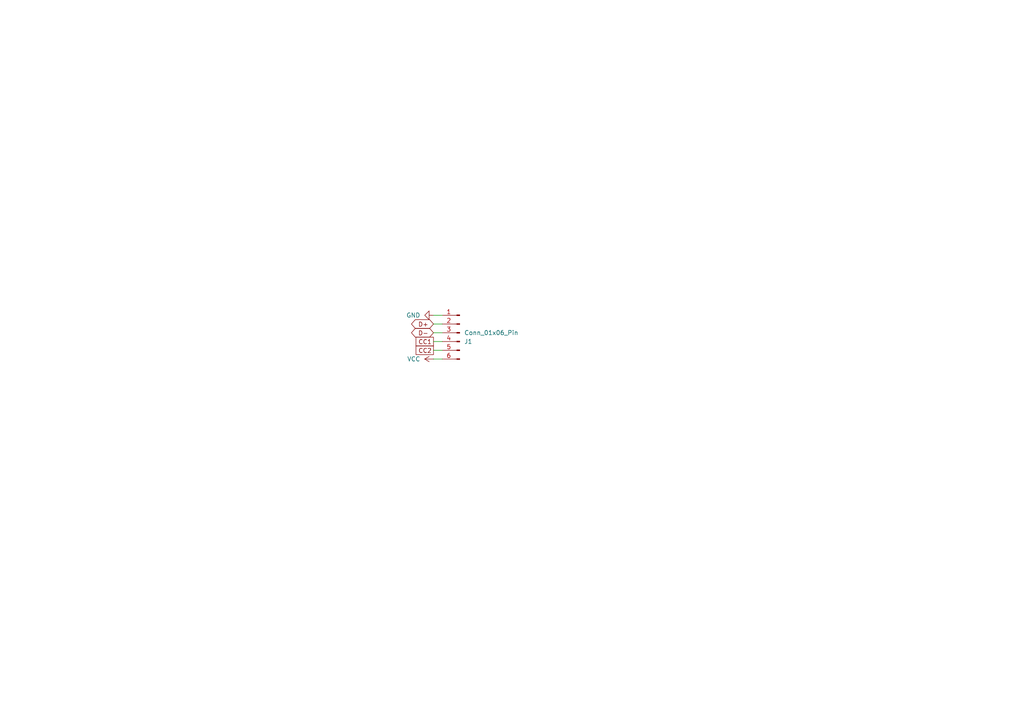
<source format=kicad_sch>
(kicad_sch (version 20231120) (generator "eeschema") (generator_version "8.0")
  (paper "A4")
  (lib_symbols
    (symbol "Connector:Conn_01x06_Pin" (pin_names (offset 1.016) hide)
      (property "Reference" "J" (at 0 7.62 0))
      (property "Value" "Conn_01x06_Pin" (at 0 -10.16 0))
      (symbol "Conn_01x06_Pin_1_1"
        (polyline (pts (xy 1.27 -7.62) (xy 0.8636 -7.62)) (stroke (width 0.1524)))
        (polyline (pts (xy 1.27 -5.08) (xy 0.8636 -5.08)) (stroke (width 0.1524)))
        (polyline (pts (xy 1.27 -2.54) (xy 0.8636 -2.54)) (stroke (width 0.1524)))
        (polyline (pts (xy 1.27 0) (xy 0.8636 0)) (stroke (width 0.1524)))
        (polyline (pts (xy 1.27 2.54) (xy 0.8636 2.54)) (stroke (width 0.1524)))
        (polyline (pts (xy 1.27 5.08) (xy 0.8636 5.08)) (stroke (width 0.1524)))
        (rectangle (start 0.8636 -7.493) (end 0 -7.747) (stroke (width 0.1524)) (fill (type outline)))
        (rectangle (start 0.8636 -4.953) (end 0 -5.207) (stroke (width 0.1524)) (fill (type outline)))
        (rectangle (start 0.8636 -2.413) (end 0 -2.667) (stroke (width 0.1524)) (fill (type outline)))
        (rectangle (start 0.8636 0.127) (end 0 -0.127) (stroke (width 0.1524)) (fill (type outline)))
        (rectangle (start 0.8636 2.667) (end 0 2.413) (stroke (width 0.1524)) (fill (type outline)))
        (rectangle (start 0.8636 5.207) (end 0 4.953) (stroke (width 0.1524)) (fill (type outline)))
        (pin passive line (at 5.08 5.08 180) (length 3.81) (name "Pin_1") (number "1"))
        (pin passive line (at 5.08 2.54 180) (length 3.81) (name "Pin_2") (number "2"))
        (pin passive line (at 5.08 0 180) (length 3.81) (name "Pin_3") (number "3"))
        (pin passive line (at 5.08 -2.54 180) (length 3.81) (name "Pin_4") (number "4"))
        (pin passive line (at 5.08 -5.08 180) (length 3.81) (name "Pin_5") (number "5"))
        (pin passive line (at 5.08 -7.62 180) (length 3.81) (name "Pin_6") (number "6"))
      )
    )
    (symbol "power:GND" (power) (pin_numbers hide) (pin_names (offset 0) hide)
      (property "Value" "GND" (at 0 -3.81 0))
      (symbol "GND_0_1"
        (polyline (pts (xy 0 0) (xy 0 -1.27) (xy 1.27 -1.27) (xy 0 -2.54) (xy -1.27 -1.27) (xy 0 -1.27)))
      )
      (symbol "GND_1_1"
        (pin power_in line (at 0 0 270) (length 0) (name "~") (number "1"))
      )
    )
    (symbol "power:VCC" (power) (pin_numbers hide) (pin_names (offset 0) hide)
      (property "Value" "VCC" (at 0 3.556 0))
      (symbol "VCC_0_1"
        (polyline (pts (xy -0.762 1.27) (xy 0 2.54)))
        (polyline (pts (xy 0 0) (xy 0 2.54)))
        (polyline (pts (xy 0 2.54) (xy 0.762 1.27)))
      )
      (symbol "VCC_1_1"
        (pin power_in line (at 0 0 90) (length 0) (name "~") (number "1"))
      )
    )
  )
  (wire (pts (xy 125.73 91.44) (xy 128.27 91.44)))
  (wire (pts (xy 125.73 93.98) (xy 128.27 93.98)))
  (wire (pts (xy 125.73 99.06) (xy 128.27 99.06)))
  (wire (pts (xy 125.73 101.6) (xy 128.27 101.6)))
  (wire (pts (xy 125.73 104.14) (xy 128.27 104.14)))
  (wire (pts (xy 125.73 96.52) (xy 128.27 96.52)))
  (global_label "D-" (shape bidirectional) (at 125.73 96.52 180) (property "Intersheetrefs" "${INTERSHEET_REFS}" (effects (hide yes))))
  (global_label "D+" (shape bidirectional) (at 125.73 93.98 180) (property "Intersheetrefs" "${INTERSHEET_REFS}" (effects (hide yes))))
  (global_label "CC1" (shape passive) (at 125.73 99.06 180) (property "Intersheetrefs" "${INTERSHEET_REFS}" (effects (hide yes))))
  (global_label "CC2" (shape passive) (at 125.73 101.6 180) (property "Intersheetrefs" "${INTERSHEET_REFS}" (effects (hide yes))))
  (symbol (lib_id "power:VCC") (at 125.73 104.14 90) (unit 1)
    (property "Reference" "#PWR02" (effects (hide yes)))
    (property "Value" "VCC" (at 121.92 104.1399 90) (effects (justify left)))
    (property "Description" "Power symbol creates a global label with name \"VCC\"" (effects (hide yes)))
  )
  (symbol (lib_id "power:GND") (at 125.73 91.44 270) (unit 1)
    (property "Reference" "#PWR01" (effects (hide yes)))
    (property "Value" "GND" (at 121.92 91.4399 90) (effects (justify right)))
    (property "Description" "Power symbol creates a global label with name \"GND\" , ground" (effects (hide yes)))
  )
  (symbol (lib_id "Connector:Conn_01x06_Pin") (at 133.35 96.52 0) (mirror y) (unit 1)
    (property "Reference" "J1" (at 134.62 99.0601 0) (effects (justify right)))
    (property "Value" "Conn_01x06_Pin" (at 134.62 96.5201 0) (effects (justify right)))
    (property "Footprint" "RMC_USBCT:JankUSBCT" (effects (hide yes)))
    (property "Description" "Generic connector, single row, 01x06, script generated" (effects (hide yes)))
  )
)
</source>
